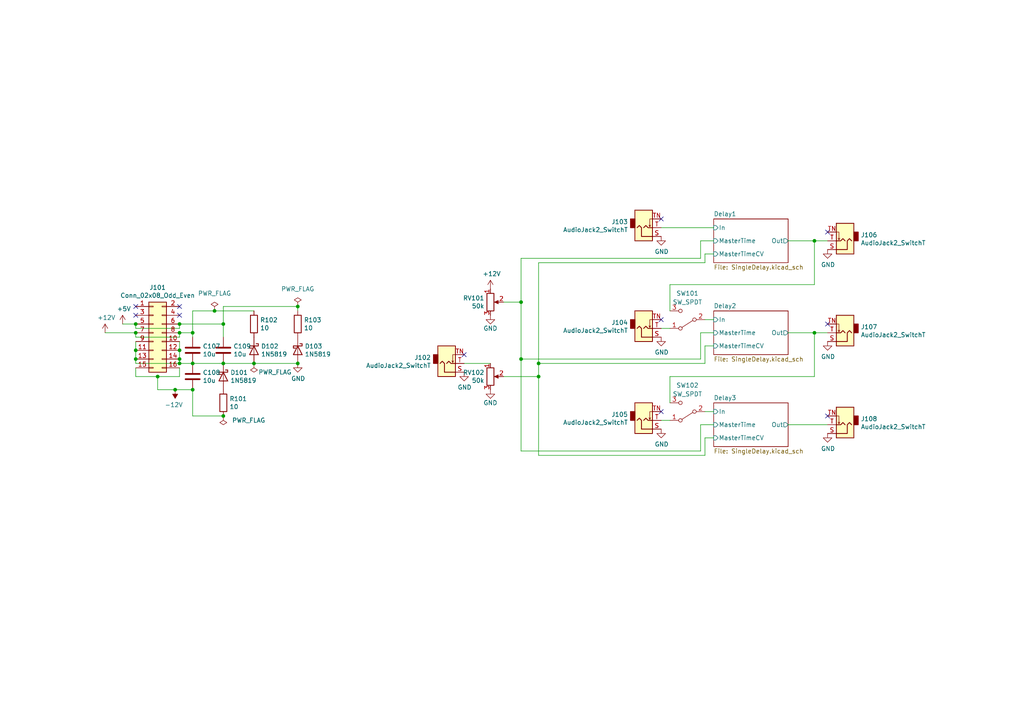
<source format=kicad_sch>
(kicad_sch (version 20211123) (generator eeschema)
  (paper "A4")
  (title_block (title "Delay") (date "2021-09-10") (rev "1.0"))
  (lib_symbols
    (symbol "Connector:AudioJack2_SwitchT"
      (property "Reference" "J" (at 0 8.89 0))
      (property "Value" "AudioJack2_SwitchT" (at 0 6.35 0))
      (symbol "AudioJack2_SwitchT_0_1"
        (rectangle (start -2.54 0) (end -3.81 -2.54) (stroke (width 0.254)) (fill (type outline)))
        (polyline (pts (xy 1.778 -0.254) (xy 2.032 -0.762)))
        (polyline (pts (xy 0 0) (xy 0.635 -0.635) (xy 1.27 0) (xy 2.54 0)) (stroke (width 0.254)))
        (polyline (pts (xy 2.54 -2.54) (xy 1.778 -2.54) (xy 1.778 -0.254) (xy 1.524 -0.762)))
        (polyline (pts (xy 2.54 2.54) (xy -0.635 2.54) (xy -0.635 0) (xy -1.27 -0.635) (xy -1.905 0)) (stroke (width 0.254)))
        (rectangle (start 2.54 3.81) (end -2.54 -5.08) (stroke (width 0.254)) (fill (type background)))
      )
      (symbol "AudioJack2_SwitchT_1_1"
        (pin passive line (at 5.08 2.54 180) (length 2.54) (name "~") (number "S"))
        (pin passive line (at 5.08 0 180) (length 2.54) (name "~") (number "T"))
        (pin passive line (at 5.08 -2.54 180) (length 2.54) (name "~") (number "TN"))
      )
    )
    (symbol "Connector_Generic:Conn_02x08_Odd_Even" (pin_names (offset 1.016) hide)
      (property "Reference" "J" (at 1.27 10.16 0))
      (property "Value" "Conn_02x08_Odd_Even" (at 1.27 -12.7 0))
      (symbol "Conn_02x08_Odd_Even_1_1"
        (rectangle (start -1.27 -10.033) (end 0 -10.287) (stroke (width 0.1524)))
        (rectangle (start -1.27 -7.493) (end 0 -7.747) (stroke (width 0.1524)))
        (rectangle (start -1.27 -4.953) (end 0 -5.207) (stroke (width 0.1524)))
        (rectangle (start -1.27 -2.413) (end 0 -2.667) (stroke (width 0.1524)))
        (rectangle (start -1.27 0.127) (end 0 -0.127) (stroke (width 0.1524)))
        (rectangle (start -1.27 2.667) (end 0 2.413) (stroke (width 0.1524)))
        (rectangle (start -1.27 5.207) (end 0 4.953) (stroke (width 0.1524)))
        (rectangle (start -1.27 7.747) (end 0 7.493) (stroke (width 0.1524)))
        (rectangle (start -1.27 8.89) (end 3.81 -11.43) (stroke (width 0.254)) (fill (type background)))
        (rectangle (start 3.81 -10.033) (end 2.54 -10.287) (stroke (width 0.1524)))
        (rectangle (start 3.81 -7.493) (end 2.54 -7.747) (stroke (width 0.1524)))
        (rectangle (start 3.81 -4.953) (end 2.54 -5.207) (stroke (width 0.1524)))
        (rectangle (start 3.81 -2.413) (end 2.54 -2.667) (stroke (width 0.1524)))
        (rectangle (start 3.81 0.127) (end 2.54 -0.127) (stroke (width 0.1524)))
        (rectangle (start 3.81 2.667) (end 2.54 2.413) (stroke (width 0.1524)))
        (rectangle (start 3.81 5.207) (end 2.54 4.953) (stroke (width 0.1524)))
        (rectangle (start 3.81 7.747) (end 2.54 7.493) (stroke (width 0.1524)))
        (pin passive line (at -5.08 7.62 0) (length 3.81) (name "Pin_1") (number "1"))
        (pin passive line (at 7.62 -2.54 180) (length 3.81) (name "Pin_10") (number "10"))
        (pin passive line (at -5.08 -5.08 0) (length 3.81) (name "Pin_11") (number "11"))
        (pin passive line (at 7.62 -5.08 180) (length 3.81) (name "Pin_12") (number "12"))
        (pin passive line (at -5.08 -7.62 0) (length 3.81) (name "Pin_13") (number "13"))
        (pin passive line (at 7.62 -7.62 180) (length 3.81) (name "Pin_14") (number "14"))
        (pin passive line (at -5.08 -10.16 0) (length 3.81) (name "Pin_15") (number "15"))
        (pin passive line (at 7.62 -10.16 180) (length 3.81) (name "Pin_16") (number "16"))
        (pin passive line (at 7.62 7.62 180) (length 3.81) (name "Pin_2") (number "2"))
        (pin passive line (at -5.08 5.08 0) (length 3.81) (name "Pin_3") (number "3"))
        (pin passive line (at 7.62 5.08 180) (length 3.81) (name "Pin_4") (number "4"))
        (pin passive line (at -5.08 2.54 0) (length 3.81) (name "Pin_5") (number "5"))
        (pin passive line (at 7.62 2.54 180) (length 3.81) (name "Pin_6") (number "6"))
        (pin passive line (at -5.08 0 0) (length 3.81) (name "Pin_7") (number "7"))
        (pin passive line (at 7.62 0 180) (length 3.81) (name "Pin_8") (number "8"))
        (pin passive line (at -5.08 -2.54 0) (length 3.81) (name "Pin_9") (number "9"))
      )
    )
    (symbol "Device:C" (pin_numbers hide) (pin_names (offset 0.254))
      (property "Reference" "C" (at 0.635 2.54 0))
      (property "Value" "C" (at 0.635 -2.54 0))
      (symbol "C_0_1"
        (polyline (pts (xy -2.032 -0.762) (xy 2.032 -0.762)) (stroke (width 0.508)))
        (polyline (pts (xy -2.032 0.762) (xy 2.032 0.762)) (stroke (width 0.508)))
      )
      (symbol "C_1_1"
        (pin passive line (at 0 3.81 270) (length 2.794) (name "~") (number "1"))
        (pin passive line (at 0 -3.81 90) (length 2.794) (name "~") (number "2"))
      )
    )
    (symbol "Device:R" (pin_numbers hide) (pin_names (offset 0))
      (property "Reference" "R" (at 2.032 0 90))
      (property "Value" "R" (at 0 0 90))
      (symbol "R_0_1"
        (rectangle (start -1.016 -2.54) (end 1.016 2.54) (stroke (width 0.254)))
      )
      (symbol "R_1_1"
        (pin passive line (at 0 3.81 270) (length 1.27) (name "~") (number "1"))
        (pin passive line (at 0 -3.81 90) (length 1.27) (name "~") (number "2"))
      )
    )
    (symbol "Device:R_Potentiometer" (pin_names (offset 1.016) hide)
      (property "Reference" "RV" (at -4.445 0 90))
      (property "Value" "R_Potentiometer" (at -2.54 0 90))
      (symbol "R_Potentiometer_0_1"
        (polyline (pts (xy 2.54 0) (xy 1.524 0)))
        (polyline (pts (xy 1.143 0) (xy 2.286 0.508) (xy 2.286 -0.508) (xy 1.143 0)) (fill (type outline)))
        (rectangle (start 1.016 2.54) (end -1.016 -2.54) (stroke (width 0.254)))
      )
      (symbol "R_Potentiometer_1_1"
        (pin passive line (at 0 3.81 270) (length 1.27) (name "1") (number "1"))
        (pin passive line (at 3.81 0 180) (length 1.27) (name "2") (number "2"))
        (pin passive line (at 0 -3.81 90) (length 1.27) (name "3") (number "3"))
      )
    )
    (symbol "Diode:1N5819" (pin_numbers hide) (pin_names (offset 1.016) hide)
      (property "Reference" "D" (at 0 2.54 0))
      (property "Value" "1N5819" (at 0 -2.54 0))
      (symbol "1N5819_0_1"
        (polyline (pts (xy 1.27 0) (xy -1.27 0)))
        (polyline (pts (xy 1.27 1.27) (xy 1.27 -1.27) (xy -1.27 0) (xy 1.27 1.27)) (stroke (width 0.254)))
        (polyline (pts (xy -1.905 0.635) (xy -1.905 1.27) (xy -1.27 1.27) (xy -1.27 -1.27) (xy -0.635 -1.27) (xy -0.635 -0.635)) (stroke (width 0.254)))
      )
      (symbol "1N5819_1_1"
        (pin passive line (at -3.81 0 0) (length 2.54) (name "K") (number "1"))
        (pin passive line (at 3.81 0 180) (length 2.54) (name "A") (number "2"))
      )
    )
    (symbol "Switch:SW_SPDT" (pin_names (offset 0) hide)
      (property "Reference" "SW" (at 0 4.318 0))
      (property "Value" "SW_SPDT" (at 0 -5.08 0))
      (symbol "SW_SPDT_0_0"
        (circle (center -2.032 0) (radius 0.508))
        (circle (center 2.032 -2.54) (radius 0.508))
      )
      (symbol "SW_SPDT_0_1"
        (polyline (pts (xy -1.524 0.254) (xy 1.651 2.286)))
        (circle (center 2.032 2.54) (radius 0.508))
      )
      (symbol "SW_SPDT_1_1"
        (pin passive line (at 5.08 2.54 180) (length 2.54) (name "A") (number "1"))
        (pin passive line (at -5.08 0 0) (length 2.54) (name "B") (number "2"))
        (pin passive line (at 5.08 -2.54 180) (length 2.54) (name "C") (number "3"))
      )
    )
    (symbol "power:+12V" (power) (pin_names (offset 0))
      (property "Value" "+12V" (at 0 3.556 0))
      (symbol "+12V_0_1"
        (polyline (pts (xy -0.762 1.27) (xy 0 2.54)))
        (polyline (pts (xy 0 0) (xy 0 2.54)))
        (polyline (pts (xy 0 2.54) (xy 0.762 1.27)))
      )
      (symbol "+12V_1_1"
        (pin power_in line (at 0 0 90) (length 0) hide (name "+12V") (number "1"))
      )
    )
    (symbol "power:+5V" (power) (pin_names (offset 0))
      (property "Value" "+5V" (at 0 3.556 0))
      (symbol "+5V_0_1"
        (polyline (pts (xy -0.762 1.27) (xy 0 2.54)))
        (polyline (pts (xy 0 0) (xy 0 2.54)))
        (polyline (pts (xy 0 2.54) (xy 0.762 1.27)))
      )
      (symbol "+5V_1_1"
        (pin power_in line (at 0 0 90) (length 0) hide (name "+5V") (number "1"))
      )
    )
    (symbol "power:-12V" (power) (pin_names (offset 0))
      (property "Value" "-12V" (at 0 3.81 0))
      (symbol "-12V_0_0"
        (pin power_in line (at 0 0 90) (length 0) hide (name "-12V") (number "1"))
      )
      (symbol "-12V_0_1"
        (polyline (pts (xy 0 0) (xy 0 1.27) (xy 0.762 1.27) (xy 0 2.54) (xy -0.762 1.27) (xy 0 1.27)) (fill (type outline)))
      )
    )
    (symbol "power:GND" (power) (pin_names (offset 0))
      (property "Value" "GND" (at 0 -3.81 0))
      (symbol "GND_0_1"
        (polyline (pts (xy 0 0) (xy 0 -1.27) (xy 1.27 -1.27) (xy 0 -2.54) (xy -1.27 -1.27) (xy 0 -1.27)))
      )
      (symbol "GND_1_1"
        (pin power_in line (at 0 0 270) (length 0) hide (name "GND") (number "1"))
      )
    )
    (symbol "power:PWR_FLAG" (power) (pin_numbers hide) (pin_names (offset 0) hide)
      (property "Value" "PWR_FLAG" (at 0 3.81 0))
      (symbol "PWR_FLAG_0_0"
        (pin power_out line (at 0 0 90) (length 0) (name "pwr") (number "1"))
      )
      (symbol "PWR_FLAG_0_1"
        (polyline (pts (xy 0 0) (xy 0 1.27) (xy -1.016 1.905) (xy 0 2.54) (xy 1.016 1.905) (xy 0 1.27)))
      )
    )
  )
  (junction (at 55.88 105.41))
  (junction (at 64.77 105.41))
  (junction (at 236.22 96.52))
  (junction (at 52.07 93.98))
  (junction (at 73.66 105.41))
  (junction (at 64.77 120.65))
  (junction (at 50.8 113.03))
  (junction (at 156.21 109.22))
  (junction (at 39.37 96.52))
  (junction (at 39.37 104.14))
  (junction (at 55.88 113.03))
  (junction (at 86.36 105.41))
  (junction (at 156.21 105.41))
  (junction (at 62.23 90.17))
  (junction (at 52.07 105.41))
  (junction (at 151.13 104.14))
  (junction (at 86.36 88.9))
  (junction (at 52.07 101.6))
  (junction (at 55.88 96.52))
  (junction (at 52.07 96.52))
  (junction (at 151.13 87.63))
  (junction (at 39.37 93.98))
  (junction (at 39.37 101.6))
  (junction (at 52.07 104.14))
  (junction (at 236.22 69.85))
  (junction (at 64.77 93.98))
  (junction (at 45.72 109.22))
  (no_connect (at 191.77 119.38))
  (no_connect (at 52.07 88.9))
  (no_connect (at 39.37 91.44))
  (no_connect (at 240.03 120.65))
  (no_connect (at 240.03 93.98))
  (no_connect (at 191.77 63.5))
  (no_connect (at 134.62 102.87))
  (no_connect (at 240.03 67.31))
  (no_connect (at 52.07 91.44))
  (no_connect (at 191.77 92.71))
  (no_connect (at 39.37 88.9))
  (wire (pts (xy 39.37 109.22) (xy 45.72 109.22)))
  (wire (pts (xy 52.07 109.22) (xy 52.07 106.68)))
  (wire (pts (xy 203.2 69.85) (xy 203.2 74.93)))
  (wire (pts (xy 204.47 105.41) (xy 156.21 105.41)))
  (wire (pts (xy 236.22 69.85) (xy 240.03 69.85)))
  (wire (pts (xy 52.07 97.79) (xy 52.07 96.52)))
  (wire (pts (xy 228.6 69.85) (xy 236.22 69.85)))
  (wire (pts (xy 204.47 119.38) (xy 207.01 119.38)))
  (wire (pts (xy 39.37 106.68) (xy 39.37 109.22)))
  (wire (pts (xy 207.01 96.52) (xy 203.2 96.52)))
  (wire (pts (xy 191.77 95.25) (xy 194.31 95.25)))
  (wire (pts (xy 191.77 66.04) (xy 207.01 66.04)))
  (wire (pts (xy 204.47 92.71) (xy 207.01 92.71)))
  (wire (pts (xy 52.07 105.41) (xy 55.88 105.41)))
  (wire (pts (xy 50.8 113.03) (xy 55.88 113.03)))
  (wire (pts (xy 35.56 93.98) (xy 39.37 93.98)))
  (wire (pts (xy 52.07 99.06) (xy 52.07 101.6)))
  (wire (pts (xy 39.37 101.6) (xy 39.37 104.14)))
  (wire (pts (xy 236.22 96.52) (xy 236.22 109.22)))
  (wire (pts (xy 228.6 96.52) (xy 236.22 96.52)))
  (wire (pts (xy 52.07 101.6) (xy 52.07 104.14)))
  (wire (pts (xy 52.07 96.52) (xy 55.88 96.52)))
  (wire (pts (xy 156.21 105.41) (xy 156.21 109.22)))
  (wire (pts (xy 191.77 121.92) (xy 194.31 121.92)))
  (wire (pts (xy 236.22 69.85) (xy 236.22 82.55)))
  (wire (pts (xy 73.66 90.17) (xy 62.23 90.17)))
  (wire (pts (xy 207.01 127) (xy 204.47 127)))
  (wire (pts (xy 207.01 73.66) (xy 204.47 73.66)))
  (wire (pts (xy 203.2 74.93) (xy 151.13 74.93)))
  (wire (pts (xy 52.07 105.41) (xy 52.07 104.14)))
  (wire (pts (xy 45.72 109.22) (xy 45.72 113.03)))
  (wire (pts (xy 203.2 123.19) (xy 203.2 130.81)))
  (wire (pts (xy 207.01 123.19) (xy 203.2 123.19)))
  (wire (pts (xy 151.13 104.14) (xy 151.13 87.63)))
  (wire (pts (xy 236.22 109.22) (xy 194.31 109.22)))
  (wire (pts (xy 62.23 90.17) (xy 55.88 90.17)))
  (wire (pts (xy 151.13 130.81) (xy 151.13 104.14)))
  (wire (pts (xy 151.13 87.63) (xy 146.05 87.63)))
  (wire (pts (xy 64.77 93.98) (xy 64.77 88.9)))
  (wire (pts (xy 39.37 95.25) (xy 52.07 95.25)))
  (wire (pts (xy 39.37 97.79) (xy 52.07 97.79)))
  (wire (pts (xy 64.77 88.9) (xy 86.36 88.9)))
  (wire (pts (xy 204.47 76.2) (xy 156.21 76.2)))
  (wire (pts (xy 86.36 88.9) (xy 86.36 90.17)))
  (wire (pts (xy 207.01 69.85) (xy 203.2 69.85)))
  (wire (pts (xy 151.13 74.93) (xy 151.13 87.63)))
  (wire (pts (xy 39.37 93.98) (xy 39.37 95.25)))
  (wire (pts (xy 39.37 104.14) (xy 39.37 105.41)))
  (wire (pts (xy 204.47 127) (xy 204.47 132.08)))
  (wire (pts (xy 236.22 82.55) (xy 194.31 82.55)))
  (wire (pts (xy 207.01 100.33) (xy 204.47 100.33)))
  (wire (pts (xy 194.31 82.55) (xy 194.31 90.17)))
  (wire (pts (xy 39.37 96.52) (xy 39.37 97.79)))
  (wire (pts (xy 64.77 105.41) (xy 73.66 105.41)))
  (wire (pts (xy 203.2 96.52) (xy 203.2 104.14)))
  (wire (pts (xy 228.6 123.19) (xy 240.03 123.19)))
  (wire (pts (xy 55.88 120.65) (xy 64.77 120.65)))
  (wire (pts (xy 236.22 96.52) (xy 240.03 96.52)))
  (wire (pts (xy 45.72 109.22) (xy 52.07 109.22)))
  (wire (pts (xy 156.21 76.2) (xy 156.21 105.41)))
  (wire (pts (xy 203.2 104.14) (xy 151.13 104.14)))
  (wire (pts (xy 55.88 90.17) (xy 55.88 96.52)))
  (wire (pts (xy 52.07 95.25) (xy 52.07 93.98)))
  (wire (pts (xy 55.88 113.03) (xy 55.88 120.65)))
  (wire (pts (xy 194.31 109.22) (xy 194.31 116.84)))
  (wire (pts (xy 39.37 99.06) (xy 39.37 101.6)))
  (wire (pts (xy 52.07 93.98) (xy 64.77 93.98)))
  (wire (pts (xy 204.47 100.33) (xy 204.47 105.41)))
  (wire (pts (xy 156.21 132.08) (xy 156.21 109.22)))
  (wire (pts (xy 134.62 105.41) (xy 142.24 105.41)))
  (wire (pts (xy 73.66 105.41) (xy 86.36 105.41)))
  (wire (pts (xy 203.2 130.81) (xy 151.13 130.81)))
  (wire (pts (xy 39.37 105.41) (xy 52.07 105.41)))
  (wire (pts (xy 64.77 93.98) (xy 64.77 97.79)))
  (wire (pts (xy 45.72 113.03) (xy 50.8 113.03)))
  (wire (pts (xy 204.47 132.08) (xy 156.21 132.08)))
  (wire (pts (xy 156.21 109.22) (xy 146.05 109.22)))
  (wire (pts (xy 204.47 73.66) (xy 204.47 76.2)))
  (wire (pts (xy 30.48 96.52) (xy 39.37 96.52)))
  (wire (pts (xy 55.88 96.52) (xy 55.88 97.79)))
  (wire (pts (xy 55.88 105.41) (xy 64.77 105.41)))
  (symbol (lib_id "Connector_Generic:Conn_02x08_Odd_Even") (at 44.45 96.52 0) (unit 1)
    (property "Reference" "J101" (at 45.72 83.3882 0))
    (property "Value" "Conn_02x08_Odd_Even" (at 45.72 85.6996 0))
    (property "Footprint" "Connector_PinHeader_2.54mm:PinHeader_2x08_P2.54mm_Vertical" (effects hide))
  )
  (symbol (lib_id "Device:C") (at 55.88 101.6 0) (unit 1)
    (property "Reference" "C107" (at 58.801 100.4316 0) (effects (justify left)))
    (property "Value" "10u" (at 58.801 102.743 0) (effects (justify left)))
    (property "Footprint" "Capacitor_THT:C_Disc_D5.0mm_W2.5mm_P5.00mm" (effects hide))
  )
  (symbol (lib_id "Device:C") (at 64.77 101.6 0) (unit 1)
    (property "Reference" "C109" (at 67.691 100.4316 0) (effects (justify left)))
    (property "Value" "10u" (at 67.691 102.743 0) (effects (justify left)))
    (property "Footprint" "Capacitor_THT:C_Disc_D5.0mm_W2.5mm_P5.00mm" (effects hide))
  )
  (symbol (lib_id "Device:C") (at 55.88 109.22 0) (unit 1)
    (property "Reference" "C108" (at 58.801 108.0516 0) (effects (justify left)))
    (property "Value" "10u" (at 58.801 110.363 0) (effects (justify left)))
    (property "Footprint" "Capacitor_THT:C_Disc_D5.0mm_W2.5mm_P5.00mm" (effects hide))
  )
  (symbol (lib_id "Diode:1N5819") (at 73.66 101.6 270) (unit 1)
    (property "Reference" "D102" (at 75.692 100.4316 90) (effects (justify left)))
    (property "Value" "1N5819" (at 75.692 102.743 90) (effects (justify left)))
    (property "Footprint" "Diode_THT:D_DO-41_SOD81_P10.16mm_Horizontal" (effects hide))
    (property "Datasheet" "http://www.vishay.com/docs/88525/1n5817.pdf" (effects hide))
  )
  (symbol (lib_id "Device:R") (at 73.66 93.98 0) (unit 1)
    (property "Reference" "R102" (at 75.438 92.8116 0) (effects (justify left)))
    (property "Value" "10" (at 75.438 95.123 0) (effects (justify left)))
    (property "Footprint" "Resistor_THT:R_Axial_DIN0207_L6.3mm_D2.5mm_P7.62mm_Horizontal" (effects hide))
  )
  (symbol (lib_id "Diode:1N5819") (at 86.36 101.6 270) (unit 1)
    (property "Reference" "D103" (at 88.392 100.4316 90) (effects (justify left)))
    (property "Value" "1N5819" (at 88.392 102.743 90) (effects (justify left)))
    (property "Footprint" "Diode_THT:D_DO-41_SOD81_P10.16mm_Horizontal" (effects hide))
    (property "Datasheet" "http://www.vishay.com/docs/88525/1n5817.pdf" (effects hide))
  )
  (symbol (lib_id "Device:R") (at 86.36 93.98 0) (unit 1)
    (property "Reference" "R103" (at 88.138 92.8116 0) (effects (justify left)))
    (property "Value" "10" (at 88.138 95.123 0) (effects (justify left)))
    (property "Footprint" "Resistor_THT:R_Axial_DIN0207_L6.3mm_D2.5mm_P7.62mm_Horizontal" (effects hide))
  )
  (symbol (lib_id "power:+12V") (at 30.48 96.52 0) (unit 1)
    (property "Reference" "#PWR0101" (effects hide))
    (property "Value" "+12V" (at 30.861 92.1258 0))
  )
  (symbol (lib_id "power:+5V") (at 35.56 93.98 0) (unit 1)
    (property "Reference" "#PWR0102" (effects hide))
    (property "Value" "+5V" (at 35.941 89.5858 0))
  )
  (symbol (lib_id "power:-12V") (at 50.8 113.03 180) (unit 1)
    (property "Reference" "#PWR0109" (effects hide))
    (property "Value" "-12V" (at 50.419 117.4242 0))
  )
  (symbol (lib_id "power:GND") (at 86.36 105.41 0) (unit 1)
    (property "Reference" "#PWR0128" (effects hide))
    (property "Value" "GND" (at 86.487 109.8042 0))
  )
  (symbol (lib_id "Diode:1N5819") (at 64.77 109.22 270) (unit 1)
    (property "Reference" "D101" (at 66.802 108.0516 90) (effects (justify left)))
    (property "Value" "1N5819" (at 66.802 110.363 90) (effects (justify left)))
    (property "Footprint" "Diode_THT:D_DO-41_SOD81_P10.16mm_Horizontal" (effects hide))
    (property "Datasheet" "http://www.vishay.com/docs/88525/1n5817.pdf" (effects hide))
  )
  (symbol (lib_id "Device:R") (at 64.77 116.84 0) (unit 1)
    (property "Reference" "R101" (at 66.548 115.6716 0) (effects (justify left)))
    (property "Value" "10" (at 66.548 117.983 0) (effects (justify left)))
    (property "Footprint" "Resistor_THT:R_Axial_DIN0207_L6.3mm_D2.5mm_P7.62mm_Horizontal" (effects hide))
  )
  (symbol (lib_id "Device:R_Potentiometer") (at 142.24 87.63 0) (unit 1)
    (property "Reference" "RV101" (at 140.4874 86.4616 0) (effects (justify right)))
    (property "Value" "50k" (at 140.4874 88.773 0) (effects (justify right)))
    (property "Footprint" "Potentiometer_THT:Potentiometer_Alpha_RD901F-40-00D_Single_Vertical_CircularHoles" (effects hide))
  )
  (symbol (lib_id "power:GND") (at 142.24 91.44 0) (unit 1)
    (property "Reference" "#PWR0134" (effects hide))
    (property "Value" "GND" (at 142.24 95.25 0))
  )
  (symbol (lib_id "power:+12V") (at 142.24 83.82 0) (unit 1)
    (property "Reference" "#PWR0133" (effects hide))
    (property "Value" "+12V" (at 142.621 79.4258 0))
  )
  (symbol (lib_id "Connector:AudioJack2_SwitchT") (at 129.54 105.41 0) (mirror x) (unit 1)
    (property "Reference" "J102" (at 124.9934 103.7082 0) (effects (justify right)))
    (property "Value" "AudioJack2_SwitchT" (at 124.9934 106.0196 0) (effects (justify right)))
    (property "Footprint" "Connector_Audio:Jack_3.5mm_QingPu_WQP-PJ398SM_Vertical_CircularHoles" (effects hide))
  )
  (symbol (lib_id "power:GND") (at 134.62 107.95 0) (unit 1)
    (property "Reference" "#PWR0132" (effects hide))
    (property "Value" "GND" (at 134.747 112.3442 0))
  )
  (symbol (lib_id "Device:R_Potentiometer") (at 142.24 109.22 0) (unit 1)
    (property "Reference" "RV102" (at 140.4874 108.0516 0) (effects (justify right)))
    (property "Value" "50k" (at 140.4874 110.363 0) (effects (justify right)))
    (property "Footprint" "Potentiometer_THT:Potentiometer_Alpha_RD901F-40-00D_Single_Vertical_CircularHoles" (effects hide))
  )
  (symbol (lib_id "power:GND") (at 142.24 113.03 0) (unit 1)
    (property "Reference" "#PWR0135" (effects hide))
    (property "Value" "GND" (at 142.24 116.84 0))
  )
  (symbol (lib_id "Connector:AudioJack2_SwitchT") (at 186.69 121.92 0) (mirror x) (unit 1)
    (property "Reference" "J105" (at 182.1434 120.2182 0) (effects (justify right)))
    (property "Value" "AudioJack2_SwitchT" (at 182.1434 122.5296 0) (effects (justify right)))
    (property "Footprint" "Connector_Audio:Jack_3.5mm_QingPu_WQP-PJ398SM_Vertical_CircularHoles" (effects hide))
  )
  (symbol (lib_id "power:GND") (at 191.77 68.58 0) (unit 1)
    (property "Reference" "#PWR0136" (effects hide))
    (property "Value" "GND" (at 191.897 72.9742 0))
  )
  (symbol (lib_id "power:GND") (at 240.03 99.06 0) (unit 1)
    (property "Reference" "#PWR0140" (effects hide))
    (property "Value" "GND" (at 240.157 103.4542 0))
  )
  (symbol (lib_id "Connector:AudioJack2_SwitchT") (at 245.11 69.85 180) (unit 1)
    (property "Reference" "J106" (at 249.6566 68.1482 0) (effects (justify right)))
    (property "Value" "AudioJack2_SwitchT" (at 249.6566 70.4596 0) (effects (justify right)))
    (property "Footprint" "Connector_Audio:Jack_3.5mm_QingPu_WQP-PJ398SM_Vertical_CircularHoles" (effects hide))
  )
  (symbol (lib_id "power:GND") (at 240.03 125.73 0) (unit 1)
    (property "Reference" "#PWR0141" (effects hide))
    (property "Value" "GND" (at 240.157 130.1242 0))
  )
  (symbol (lib_id "Connector:AudioJack2_SwitchT") (at 186.69 95.25 0) (mirror x) (unit 1)
    (property "Reference" "J104" (at 182.1434 93.5482 0) (effects (justify right)))
    (property "Value" "AudioJack2_SwitchT" (at 182.1434 95.8596 0) (effects (justify right)))
    (property "Footprint" "Connector_Audio:Jack_3.5mm_QingPu_WQP-PJ398SM_Vertical_CircularHoles" (effects hide))
  )
  (symbol (lib_id "power:GND") (at 191.77 97.79 0) (unit 1)
    (property "Reference" "#PWR0137" (effects hide))
    (property "Value" "GND" (at 191.897 102.1842 0))
  )
  (symbol (lib_id "power:GND") (at 240.03 72.39 0) (unit 1)
    (property "Reference" "#PWR0139" (effects hide))
    (property "Value" "GND" (at 240.157 76.7842 0))
  )
  (symbol (lib_id "Switch:SW_SPDT") (at 199.39 119.38 180) (unit 1)
    (property "Reference" "SW102" (at 199.39 111.76 0))
    (property "Value" "SW_SPDT" (at 199.39 114.3 0))
    (property "Footprint" "Custom:MTS-102_MTS-103_MTS-112_MTS-113_MTS-123" (effects hide))
  )
  (symbol (lib_id "power:PWR_FLAG") (at 73.66 105.41 180) (unit 1)
    (property "Reference" "#FLG0103" (effects hide))
    (property "Value" "PWR_FLAG" (at 74.93 107.95 0) (effects (justify right)))
  )
  (symbol (lib_id "Connector:AudioJack2_SwitchT") (at 245.11 123.19 180) (unit 1)
    (property "Reference" "J108" (at 249.6566 121.4882 0) (effects (justify right)))
    (property "Value" "AudioJack2_SwitchT" (at 249.6566 123.7996 0) (effects (justify right)))
    (property "Footprint" "Connector_Audio:Jack_3.5mm_QingPu_WQP-PJ398SM_Vertical_CircularHoles" (effects hide))
  )
  (symbol (lib_id "Switch:SW_SPDT") (at 199.39 92.71 180) (unit 1)
    (property "Reference" "SW101" (at 199.39 85.09 0))
    (property "Value" "SW_SPDT" (at 199.39 87.63 0))
    (property "Footprint" "Custom:MTS-102_MTS-103_MTS-112_MTS-113_MTS-123" (effects hide))
  )
  (symbol (lib_id "power:PWR_FLAG") (at 62.23 90.17 0) (unit 1)
    (property "Reference" "#FLG0101" (effects hide))
    (property "Value" "PWR_FLAG" (at 62.23 85.09 0))
  )
  (symbol (lib_id "Connector:AudioJack2_SwitchT") (at 245.11 96.52 180) (unit 1)
    (property "Reference" "J107" (at 249.6566 94.8182 0) (effects (justify right)))
    (property "Value" "AudioJack2_SwitchT" (at 249.6566 97.1296 0) (effects (justify right)))
    (property "Footprint" "Connector_Audio:Jack_3.5mm_QingPu_WQP-PJ398SM_Vertical_CircularHoles" (effects hide))
  )
  (symbol (lib_id "power:PWR_FLAG") (at 86.36 88.9 0) (unit 1)
    (property "Reference" "#FLG0104" (effects hide))
    (property "Value" "PWR_FLAG" (at 86.36 83.82 0))
  )
  (symbol (lib_id "Connector:AudioJack2_SwitchT") (at 186.69 66.04 0) (mirror x) (unit 1)
    (property "Reference" "J103" (at 182.1434 64.3382 0) (effects (justify right)))
    (property "Value" "AudioJack2_SwitchT" (at 182.1434 66.6496 0) (effects (justify right)))
    (property "Footprint" "Connector_Audio:Jack_3.5mm_QingPu_WQP-PJ398SM_Vertical_CircularHoles" (effects hide))
  )
  (symbol (lib_id "power:PWR_FLAG") (at 64.77 120.65 180) (unit 1)
    (property "Reference" "#FLG0102" (effects hide))
    (property "Value" "PWR_FLAG" (at 67.31 121.9199 0) (effects (justify right)))
  )
  (symbol (lib_id "power:GND") (at 191.77 124.46 0) (unit 1)
    (property "Reference" "#PWR0138" (effects hide))
    (property "Value" "GND" (at 191.897 128.8542 0))
  )
  (sheet (at 207.01 63.5) (size 21.59 12.7)
    (property "Sheet name" "Delay1" (at 207.01 62.7884 0) (effects (justify left bottom)))
    (property "Sheet file" "SingleDelay.kicad_sch" (at 207.01 76.7846 0) (effects (justify left top)))
    (pin "MasterTime" input (at 207.01 69.85 180))
    (pin "MasterTimeCV" input (at 207.01 73.66 180))
    (pin "In" input (at 207.01 66.04 180))
    (pin "Out" output (at 228.6 69.85 0))
  )
  (sheet (at 207.01 90.17) (size 21.59 12.7)
    (property "Sheet name" "Delay2" (at 207.01 89.4584 0) (effects (justify left bottom)))
    (property "Sheet file" "SingleDelay.kicad_sch" (at 207.01 103.4546 0) (effects (justify left top)))
    (pin "MasterTime" input (at 207.01 96.52 180))
    (pin "MasterTimeCV" input (at 207.01 100.33 180))
    (pin "In" input (at 207.01 92.71 180))
    (pin "Out" output (at 228.6 96.52 0))
  )
  (sheet (at 207.01 116.84) (size 21.59 12.7)
    (property "Sheet name" "Delay3" (at 207.01 116.1284 0) (effects (justify left bottom)))
    (property "Sheet file" "SingleDelay.kicad_sch" (at 207.01 130.1246 0) (effects (justify left top)))
    (pin "MasterTime" input (at 207.01 123.19 180))
    (pin "MasterTimeCV" input (at 207.01 127 180))
    (pin "In" input (at 207.01 119.38 180))
    (pin "Out" output (at 228.6 123.19 0))
  )
)
</source>
